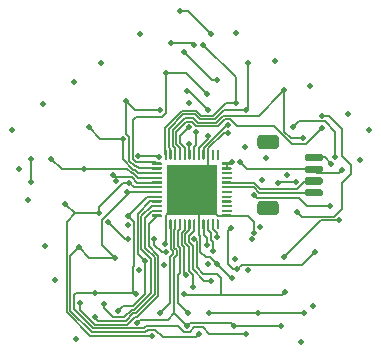
<source format=gbr>
%TF.GenerationSoftware,KiCad,Pcbnew,(5.1.9-0-10_14)*%
%TF.CreationDate,2021-12-13T14:59:41-05:00*%
%TF.ProjectId,dodecahedron_n4,646f6465-6361-4686-9564-726f6e5f6e34,rev?*%
%TF.SameCoordinates,Original*%
%TF.FileFunction,Copper,L4,Bot*%
%TF.FilePolarity,Positive*%
%FSLAX46Y46*%
G04 Gerber Fmt 4.6, Leading zero omitted, Abs format (unit mm)*
G04 Created by KiCad (PCBNEW (5.1.9-0-10_14)) date 2021-12-13 14:59:41*
%MOMM*%
%LPD*%
G01*
G04 APERTURE LIST*
%TA.AperFunction,SMDPad,CuDef*%
%ADD10R,4.200000X4.200000*%
%TD*%
%TA.AperFunction,ViaPad*%
%ADD11C,0.508000*%
%TD*%
%TA.AperFunction,Conductor*%
%ADD12C,0.152400*%
%TD*%
G04 APERTURE END LIST*
%TO.P,J1,MP*%
%TO.N,N/C*%
%TA.AperFunction,SMDPad,CuDef*%
G36*
G01*
X91180201Y-47558600D02*
X89880199Y-47558600D01*
G75*
G02*
X89630200Y-47308601I0J249999D01*
G01*
X89630200Y-46608599D01*
G75*
G02*
X89880199Y-46358600I249999J0D01*
G01*
X91180201Y-46358600D01*
G75*
G02*
X91430200Y-46608599I0J-249999D01*
G01*
X91430200Y-47308601D01*
G75*
G02*
X91180201Y-47558600I-249999J0D01*
G01*
G37*
%TD.AperFunction*%
%TA.AperFunction,SMDPad,CuDef*%
G36*
G01*
X91180201Y-53158600D02*
X89880199Y-53158600D01*
G75*
G02*
X89630200Y-52908601I0J249999D01*
G01*
X89630200Y-52208599D01*
G75*
G02*
X89880199Y-51958600I249999J0D01*
G01*
X91180201Y-51958600D01*
G75*
G02*
X91430200Y-52208599I0J-249999D01*
G01*
X91430200Y-52908601D01*
G75*
G02*
X91180201Y-53158600I-249999J0D01*
G01*
G37*
%TD.AperFunction*%
%TO.P,J1,4*%
%TO.N,GND*%
%TA.AperFunction,SMDPad,CuDef*%
G36*
G01*
X95030200Y-48558600D02*
X93780200Y-48558600D01*
G75*
G02*
X93630200Y-48408600I0J150000D01*
G01*
X93630200Y-48108600D01*
G75*
G02*
X93780200Y-47958600I150000J0D01*
G01*
X95030200Y-47958600D01*
G75*
G02*
X95180200Y-48108600I0J-150000D01*
G01*
X95180200Y-48408600D01*
G75*
G02*
X95030200Y-48558600I-150000J0D01*
G01*
G37*
%TD.AperFunction*%
%TO.P,J1,3*%
%TO.N,VCC*%
%TA.AperFunction,SMDPad,CuDef*%
G36*
G01*
X95030200Y-49558600D02*
X93780200Y-49558600D01*
G75*
G02*
X93630200Y-49408600I0J150000D01*
G01*
X93630200Y-49108600D01*
G75*
G02*
X93780200Y-48958600I150000J0D01*
G01*
X95030200Y-48958600D01*
G75*
G02*
X95180200Y-49108600I0J-150000D01*
G01*
X95180200Y-49408600D01*
G75*
G02*
X95030200Y-49558600I-150000J0D01*
G01*
G37*
%TD.AperFunction*%
%TO.P,J1,2*%
%TO.N,/sda*%
%TA.AperFunction,SMDPad,CuDef*%
G36*
G01*
X95030200Y-50558600D02*
X93780200Y-50558600D01*
G75*
G02*
X93630200Y-50408600I0J150000D01*
G01*
X93630200Y-50108600D01*
G75*
G02*
X93780200Y-49958600I150000J0D01*
G01*
X95030200Y-49958600D01*
G75*
G02*
X95180200Y-50108600I0J-150000D01*
G01*
X95180200Y-50408600D01*
G75*
G02*
X95030200Y-50558600I-150000J0D01*
G01*
G37*
%TD.AperFunction*%
%TO.P,J1,1*%
%TO.N,/scl*%
%TA.AperFunction,SMDPad,CuDef*%
G36*
G01*
X95030200Y-51558600D02*
X93780200Y-51558600D01*
G75*
G02*
X93630200Y-51408600I0J150000D01*
G01*
X93630200Y-51108600D01*
G75*
G02*
X93780200Y-50958600I150000J0D01*
G01*
X95030200Y-50958600D01*
G75*
G02*
X95180200Y-51108600I0J-150000D01*
G01*
X95180200Y-51408600D01*
G75*
G02*
X95030200Y-51558600I-150000J0D01*
G01*
G37*
%TD.AperFunction*%
%TD*%
%TO.P,U1,1*%
%TO.N,Net-(U1-Pad1)*%
%TA.AperFunction,SMDPad,CuDef*%
G36*
G01*
X86324000Y-54365500D02*
X86224000Y-54365500D01*
G75*
G02*
X86174000Y-54315500I0J50000D01*
G01*
X86174000Y-53565500D01*
G75*
G02*
X86224000Y-53515500I50000J0D01*
G01*
X86324000Y-53515500D01*
G75*
G02*
X86374000Y-53565500I0J-50000D01*
G01*
X86374000Y-54315500D01*
G75*
G02*
X86324000Y-54365500I-50000J0D01*
G01*
G37*
%TD.AperFunction*%
%TO.P,U1,2*%
%TO.N,SW1*%
%TA.AperFunction,SMDPad,CuDef*%
G36*
G01*
X85924000Y-54365500D02*
X85824000Y-54365500D01*
G75*
G02*
X85774000Y-54315500I0J50000D01*
G01*
X85774000Y-53565500D01*
G75*
G02*
X85824000Y-53515500I50000J0D01*
G01*
X85924000Y-53515500D01*
G75*
G02*
X85974000Y-53565500I0J-50000D01*
G01*
X85974000Y-54315500D01*
G75*
G02*
X85924000Y-54365500I-50000J0D01*
G01*
G37*
%TD.AperFunction*%
%TO.P,U1,3*%
%TO.N,SW2*%
%TA.AperFunction,SMDPad,CuDef*%
G36*
G01*
X85524000Y-54365500D02*
X85424000Y-54365500D01*
G75*
G02*
X85374000Y-54315500I0J50000D01*
G01*
X85374000Y-53565500D01*
G75*
G02*
X85424000Y-53515500I50000J0D01*
G01*
X85524000Y-53515500D01*
G75*
G02*
X85574000Y-53565500I0J-50000D01*
G01*
X85574000Y-54315500D01*
G75*
G02*
X85524000Y-54365500I-50000J0D01*
G01*
G37*
%TD.AperFunction*%
%TO.P,U1,4*%
%TO.N,SW3*%
%TA.AperFunction,SMDPad,CuDef*%
G36*
G01*
X85124000Y-54365500D02*
X85024000Y-54365500D01*
G75*
G02*
X84974000Y-54315500I0J50000D01*
G01*
X84974000Y-53565500D01*
G75*
G02*
X85024000Y-53515500I50000J0D01*
G01*
X85124000Y-53515500D01*
G75*
G02*
X85174000Y-53565500I0J-50000D01*
G01*
X85174000Y-54315500D01*
G75*
G02*
X85124000Y-54365500I-50000J0D01*
G01*
G37*
%TD.AperFunction*%
%TO.P,U1,5*%
%TO.N,GND*%
%TA.AperFunction,SMDPad,CuDef*%
G36*
G01*
X84724000Y-54365500D02*
X84624000Y-54365500D01*
G75*
G02*
X84574000Y-54315500I0J50000D01*
G01*
X84574000Y-53565500D01*
G75*
G02*
X84624000Y-53515500I50000J0D01*
G01*
X84724000Y-53515500D01*
G75*
G02*
X84774000Y-53565500I0J-50000D01*
G01*
X84774000Y-54315500D01*
G75*
G02*
X84724000Y-54365500I-50000J0D01*
G01*
G37*
%TD.AperFunction*%
%TO.P,U1,6*%
%TO.N,SW4*%
%TA.AperFunction,SMDPad,CuDef*%
G36*
G01*
X84324000Y-54365500D02*
X84224000Y-54365500D01*
G75*
G02*
X84174000Y-54315500I0J50000D01*
G01*
X84174000Y-53565500D01*
G75*
G02*
X84224000Y-53515500I50000J0D01*
G01*
X84324000Y-53515500D01*
G75*
G02*
X84374000Y-53565500I0J-50000D01*
G01*
X84374000Y-54315500D01*
G75*
G02*
X84324000Y-54365500I-50000J0D01*
G01*
G37*
%TD.AperFunction*%
%TO.P,U1,7*%
%TO.N,SW5*%
%TA.AperFunction,SMDPad,CuDef*%
G36*
G01*
X83924000Y-54365500D02*
X83824000Y-54365500D01*
G75*
G02*
X83774000Y-54315500I0J50000D01*
G01*
X83774000Y-53565500D01*
G75*
G02*
X83824000Y-53515500I50000J0D01*
G01*
X83924000Y-53515500D01*
G75*
G02*
X83974000Y-53565500I0J-50000D01*
G01*
X83974000Y-54315500D01*
G75*
G02*
X83924000Y-54365500I-50000J0D01*
G01*
G37*
%TD.AperFunction*%
%TO.P,U1,8*%
%TO.N,SW6*%
%TA.AperFunction,SMDPad,CuDef*%
G36*
G01*
X83524000Y-54365500D02*
X83424000Y-54365500D01*
G75*
G02*
X83374000Y-54315500I0J50000D01*
G01*
X83374000Y-53565500D01*
G75*
G02*
X83424000Y-53515500I50000J0D01*
G01*
X83524000Y-53515500D01*
G75*
G02*
X83574000Y-53565500I0J-50000D01*
G01*
X83574000Y-54315500D01*
G75*
G02*
X83524000Y-54365500I-50000J0D01*
G01*
G37*
%TD.AperFunction*%
%TO.P,U1,9*%
%TO.N,SW7*%
%TA.AperFunction,SMDPad,CuDef*%
G36*
G01*
X83124000Y-54365500D02*
X83024000Y-54365500D01*
G75*
G02*
X82974000Y-54315500I0J50000D01*
G01*
X82974000Y-53565500D01*
G75*
G02*
X83024000Y-53515500I50000J0D01*
G01*
X83124000Y-53515500D01*
G75*
G02*
X83174000Y-53565500I0J-50000D01*
G01*
X83174000Y-54315500D01*
G75*
G02*
X83124000Y-54365500I-50000J0D01*
G01*
G37*
%TD.AperFunction*%
%TO.P,U1,10*%
%TO.N,SW8*%
%TA.AperFunction,SMDPad,CuDef*%
G36*
G01*
X82724000Y-54365500D02*
X82624000Y-54365500D01*
G75*
G02*
X82574000Y-54315500I0J50000D01*
G01*
X82574000Y-53565500D01*
G75*
G02*
X82624000Y-53515500I50000J0D01*
G01*
X82724000Y-53515500D01*
G75*
G02*
X82774000Y-53565500I0J-50000D01*
G01*
X82774000Y-54315500D01*
G75*
G02*
X82724000Y-54365500I-50000J0D01*
G01*
G37*
%TD.AperFunction*%
%TO.P,U1,11*%
%TO.N,SW9*%
%TA.AperFunction,SMDPad,CuDef*%
G36*
G01*
X82324000Y-54365500D02*
X82224000Y-54365500D01*
G75*
G02*
X82174000Y-54315500I0J50000D01*
G01*
X82174000Y-53565500D01*
G75*
G02*
X82224000Y-53515500I50000J0D01*
G01*
X82324000Y-53515500D01*
G75*
G02*
X82374000Y-53565500I0J-50000D01*
G01*
X82374000Y-54315500D01*
G75*
G02*
X82324000Y-54365500I-50000J0D01*
G01*
G37*
%TD.AperFunction*%
%TO.P,U1,12*%
%TO.N,GND*%
%TA.AperFunction,SMDPad,CuDef*%
G36*
G01*
X81924000Y-54365500D02*
X81824000Y-54365500D01*
G75*
G02*
X81774000Y-54315500I0J50000D01*
G01*
X81774000Y-53565500D01*
G75*
G02*
X81824000Y-53515500I50000J0D01*
G01*
X81924000Y-53515500D01*
G75*
G02*
X81974000Y-53565500I0J-50000D01*
G01*
X81974000Y-54315500D01*
G75*
G02*
X81924000Y-54365500I-50000J0D01*
G01*
G37*
%TD.AperFunction*%
%TO.P,U1,13*%
%TO.N,SW10*%
%TA.AperFunction,SMDPad,CuDef*%
G36*
G01*
X81499000Y-53290500D02*
X80749000Y-53290500D01*
G75*
G02*
X80699000Y-53240500I0J50000D01*
G01*
X80699000Y-53140500D01*
G75*
G02*
X80749000Y-53090500I50000J0D01*
G01*
X81499000Y-53090500D01*
G75*
G02*
X81549000Y-53140500I0J-50000D01*
G01*
X81549000Y-53240500D01*
G75*
G02*
X81499000Y-53290500I-50000J0D01*
G01*
G37*
%TD.AperFunction*%
%TO.P,U1,14*%
%TO.N,SW11*%
%TA.AperFunction,SMDPad,CuDef*%
G36*
G01*
X81499000Y-52890500D02*
X80749000Y-52890500D01*
G75*
G02*
X80699000Y-52840500I0J50000D01*
G01*
X80699000Y-52740500D01*
G75*
G02*
X80749000Y-52690500I50000J0D01*
G01*
X81499000Y-52690500D01*
G75*
G02*
X81549000Y-52740500I0J-50000D01*
G01*
X81549000Y-52840500D01*
G75*
G02*
X81499000Y-52890500I-50000J0D01*
G01*
G37*
%TD.AperFunction*%
%TO.P,U1,15*%
%TO.N,SW12*%
%TA.AperFunction,SMDPad,CuDef*%
G36*
G01*
X81499000Y-52490500D02*
X80749000Y-52490500D01*
G75*
G02*
X80699000Y-52440500I0J50000D01*
G01*
X80699000Y-52340500D01*
G75*
G02*
X80749000Y-52290500I50000J0D01*
G01*
X81499000Y-52290500D01*
G75*
G02*
X81549000Y-52340500I0J-50000D01*
G01*
X81549000Y-52440500D01*
G75*
G02*
X81499000Y-52490500I-50000J0D01*
G01*
G37*
%TD.AperFunction*%
%TO.P,U1,16*%
%TO.N,/CS1*%
%TA.AperFunction,SMDPad,CuDef*%
G36*
G01*
X81499000Y-52090500D02*
X80749000Y-52090500D01*
G75*
G02*
X80699000Y-52040500I0J50000D01*
G01*
X80699000Y-51940500D01*
G75*
G02*
X80749000Y-51890500I50000J0D01*
G01*
X81499000Y-51890500D01*
G75*
G02*
X81549000Y-51940500I0J-50000D01*
G01*
X81549000Y-52040500D01*
G75*
G02*
X81499000Y-52090500I-50000J0D01*
G01*
G37*
%TD.AperFunction*%
%TO.P,U1,17*%
%TO.N,/CS2*%
%TA.AperFunction,SMDPad,CuDef*%
G36*
G01*
X81499000Y-51690500D02*
X80749000Y-51690500D01*
G75*
G02*
X80699000Y-51640500I0J50000D01*
G01*
X80699000Y-51540500D01*
G75*
G02*
X80749000Y-51490500I50000J0D01*
G01*
X81499000Y-51490500D01*
G75*
G02*
X81549000Y-51540500I0J-50000D01*
G01*
X81549000Y-51640500D01*
G75*
G02*
X81499000Y-51690500I-50000J0D01*
G01*
G37*
%TD.AperFunction*%
%TO.P,U1,18*%
%TO.N,/CS3*%
%TA.AperFunction,SMDPad,CuDef*%
G36*
G01*
X81499000Y-51290500D02*
X80749000Y-51290500D01*
G75*
G02*
X80699000Y-51240500I0J50000D01*
G01*
X80699000Y-51140500D01*
G75*
G02*
X80749000Y-51090500I50000J0D01*
G01*
X81499000Y-51090500D01*
G75*
G02*
X81549000Y-51140500I0J-50000D01*
G01*
X81549000Y-51240500D01*
G75*
G02*
X81499000Y-51290500I-50000J0D01*
G01*
G37*
%TD.AperFunction*%
%TO.P,U1,19*%
%TO.N,/CS4*%
%TA.AperFunction,SMDPad,CuDef*%
G36*
G01*
X81499000Y-50890500D02*
X80749000Y-50890500D01*
G75*
G02*
X80699000Y-50840500I0J50000D01*
G01*
X80699000Y-50740500D01*
G75*
G02*
X80749000Y-50690500I50000J0D01*
G01*
X81499000Y-50690500D01*
G75*
G02*
X81549000Y-50740500I0J-50000D01*
G01*
X81549000Y-50840500D01*
G75*
G02*
X81499000Y-50890500I-50000J0D01*
G01*
G37*
%TD.AperFunction*%
%TO.P,U1,20*%
%TO.N,VCC*%
%TA.AperFunction,SMDPad,CuDef*%
G36*
G01*
X81499000Y-50490500D02*
X80749000Y-50490500D01*
G75*
G02*
X80699000Y-50440500I0J50000D01*
G01*
X80699000Y-50340500D01*
G75*
G02*
X80749000Y-50290500I50000J0D01*
G01*
X81499000Y-50290500D01*
G75*
G02*
X81549000Y-50340500I0J-50000D01*
G01*
X81549000Y-50440500D01*
G75*
G02*
X81499000Y-50490500I-50000J0D01*
G01*
G37*
%TD.AperFunction*%
%TO.P,U1,21*%
%TO.N,/CS5*%
%TA.AperFunction,SMDPad,CuDef*%
G36*
G01*
X81499000Y-50090500D02*
X80749000Y-50090500D01*
G75*
G02*
X80699000Y-50040500I0J50000D01*
G01*
X80699000Y-49940500D01*
G75*
G02*
X80749000Y-49890500I50000J0D01*
G01*
X81499000Y-49890500D01*
G75*
G02*
X81549000Y-49940500I0J-50000D01*
G01*
X81549000Y-50040500D01*
G75*
G02*
X81499000Y-50090500I-50000J0D01*
G01*
G37*
%TD.AperFunction*%
%TO.P,U1,22*%
%TO.N,/CS6*%
%TA.AperFunction,SMDPad,CuDef*%
G36*
G01*
X81499000Y-49690500D02*
X80749000Y-49690500D01*
G75*
G02*
X80699000Y-49640500I0J50000D01*
G01*
X80699000Y-49540500D01*
G75*
G02*
X80749000Y-49490500I50000J0D01*
G01*
X81499000Y-49490500D01*
G75*
G02*
X81549000Y-49540500I0J-50000D01*
G01*
X81549000Y-49640500D01*
G75*
G02*
X81499000Y-49690500I-50000J0D01*
G01*
G37*
%TD.AperFunction*%
%TO.P,U1,23*%
%TO.N,/CS7*%
%TA.AperFunction,SMDPad,CuDef*%
G36*
G01*
X81499000Y-49290500D02*
X80749000Y-49290500D01*
G75*
G02*
X80699000Y-49240500I0J50000D01*
G01*
X80699000Y-49140500D01*
G75*
G02*
X80749000Y-49090500I50000J0D01*
G01*
X81499000Y-49090500D01*
G75*
G02*
X81549000Y-49140500I0J-50000D01*
G01*
X81549000Y-49240500D01*
G75*
G02*
X81499000Y-49290500I-50000J0D01*
G01*
G37*
%TD.AperFunction*%
%TO.P,U1,24*%
%TO.N,/CS8*%
%TA.AperFunction,SMDPad,CuDef*%
G36*
G01*
X81499000Y-48890500D02*
X80749000Y-48890500D01*
G75*
G02*
X80699000Y-48840500I0J50000D01*
G01*
X80699000Y-48740500D01*
G75*
G02*
X80749000Y-48690500I50000J0D01*
G01*
X81499000Y-48690500D01*
G75*
G02*
X81549000Y-48740500I0J-50000D01*
G01*
X81549000Y-48840500D01*
G75*
G02*
X81499000Y-48890500I-50000J0D01*
G01*
G37*
%TD.AperFunction*%
%TO.P,U1,25*%
%TO.N,/CS9*%
%TA.AperFunction,SMDPad,CuDef*%
G36*
G01*
X81924000Y-48465500D02*
X81824000Y-48465500D01*
G75*
G02*
X81774000Y-48415500I0J50000D01*
G01*
X81774000Y-47665500D01*
G75*
G02*
X81824000Y-47615500I50000J0D01*
G01*
X81924000Y-47615500D01*
G75*
G02*
X81974000Y-47665500I0J-50000D01*
G01*
X81974000Y-48415500D01*
G75*
G02*
X81924000Y-48465500I-50000J0D01*
G01*
G37*
%TD.AperFunction*%
%TO.P,U1,26*%
%TO.N,/CS10*%
%TA.AperFunction,SMDPad,CuDef*%
G36*
G01*
X82324000Y-48465500D02*
X82224000Y-48465500D01*
G75*
G02*
X82174000Y-48415500I0J50000D01*
G01*
X82174000Y-47665500D01*
G75*
G02*
X82224000Y-47615500I50000J0D01*
G01*
X82324000Y-47615500D01*
G75*
G02*
X82374000Y-47665500I0J-50000D01*
G01*
X82374000Y-48415500D01*
G75*
G02*
X82324000Y-48465500I-50000J0D01*
G01*
G37*
%TD.AperFunction*%
%TO.P,U1,27*%
%TO.N,/CS11*%
%TA.AperFunction,SMDPad,CuDef*%
G36*
G01*
X82724000Y-48465500D02*
X82624000Y-48465500D01*
G75*
G02*
X82574000Y-48415500I0J50000D01*
G01*
X82574000Y-47665500D01*
G75*
G02*
X82624000Y-47615500I50000J0D01*
G01*
X82724000Y-47615500D01*
G75*
G02*
X82774000Y-47665500I0J-50000D01*
G01*
X82774000Y-48415500D01*
G75*
G02*
X82724000Y-48465500I-50000J0D01*
G01*
G37*
%TD.AperFunction*%
%TO.P,U1,28*%
%TO.N,/CS12*%
%TA.AperFunction,SMDPad,CuDef*%
G36*
G01*
X83124000Y-48465500D02*
X83024000Y-48465500D01*
G75*
G02*
X82974000Y-48415500I0J50000D01*
G01*
X82974000Y-47665500D01*
G75*
G02*
X83024000Y-47615500I50000J0D01*
G01*
X83124000Y-47615500D01*
G75*
G02*
X83174000Y-47665500I0J-50000D01*
G01*
X83174000Y-48415500D01*
G75*
G02*
X83124000Y-48465500I-50000J0D01*
G01*
G37*
%TD.AperFunction*%
%TO.P,U1,29*%
%TO.N,VCC*%
%TA.AperFunction,SMDPad,CuDef*%
G36*
G01*
X83524000Y-48465500D02*
X83424000Y-48465500D01*
G75*
G02*
X83374000Y-48415500I0J50000D01*
G01*
X83374000Y-47665500D01*
G75*
G02*
X83424000Y-47615500I50000J0D01*
G01*
X83524000Y-47615500D01*
G75*
G02*
X83574000Y-47665500I0J-50000D01*
G01*
X83574000Y-48415500D01*
G75*
G02*
X83524000Y-48465500I-50000J0D01*
G01*
G37*
%TD.AperFunction*%
%TO.P,U1,30*%
%TO.N,/CS13*%
%TA.AperFunction,SMDPad,CuDef*%
G36*
G01*
X83924000Y-48465500D02*
X83824000Y-48465500D01*
G75*
G02*
X83774000Y-48415500I0J50000D01*
G01*
X83774000Y-47665500D01*
G75*
G02*
X83824000Y-47615500I50000J0D01*
G01*
X83924000Y-47615500D01*
G75*
G02*
X83974000Y-47665500I0J-50000D01*
G01*
X83974000Y-48415500D01*
G75*
G02*
X83924000Y-48465500I-50000J0D01*
G01*
G37*
%TD.AperFunction*%
%TO.P,U1,31*%
%TO.N,/CS14*%
%TA.AperFunction,SMDPad,CuDef*%
G36*
G01*
X84324000Y-48465500D02*
X84224000Y-48465500D01*
G75*
G02*
X84174000Y-48415500I0J50000D01*
G01*
X84174000Y-47665500D01*
G75*
G02*
X84224000Y-47615500I50000J0D01*
G01*
X84324000Y-47615500D01*
G75*
G02*
X84374000Y-47665500I0J-50000D01*
G01*
X84374000Y-48415500D01*
G75*
G02*
X84324000Y-48465500I-50000J0D01*
G01*
G37*
%TD.AperFunction*%
%TO.P,U1,32*%
%TO.N,/CS15*%
%TA.AperFunction,SMDPad,CuDef*%
G36*
G01*
X84724000Y-48465500D02*
X84624000Y-48465500D01*
G75*
G02*
X84574000Y-48415500I0J50000D01*
G01*
X84574000Y-47665500D01*
G75*
G02*
X84624000Y-47615500I50000J0D01*
G01*
X84724000Y-47615500D01*
G75*
G02*
X84774000Y-47665500I0J-50000D01*
G01*
X84774000Y-48415500D01*
G75*
G02*
X84724000Y-48465500I-50000J0D01*
G01*
G37*
%TD.AperFunction*%
%TO.P,U1,33*%
%TO.N,/CS16*%
%TA.AperFunction,SMDPad,CuDef*%
G36*
G01*
X85124000Y-48465500D02*
X85024000Y-48465500D01*
G75*
G02*
X84974000Y-48415500I0J50000D01*
G01*
X84974000Y-47665500D01*
G75*
G02*
X85024000Y-47615500I50000J0D01*
G01*
X85124000Y-47615500D01*
G75*
G02*
X85174000Y-47665500I0J-50000D01*
G01*
X85174000Y-48415500D01*
G75*
G02*
X85124000Y-48465500I-50000J0D01*
G01*
G37*
%TD.AperFunction*%
%TO.P,U1,34*%
%TO.N,GND*%
%TA.AperFunction,SMDPad,CuDef*%
G36*
G01*
X85524000Y-48465500D02*
X85424000Y-48465500D01*
G75*
G02*
X85374000Y-48415500I0J50000D01*
G01*
X85374000Y-47665500D01*
G75*
G02*
X85424000Y-47615500I50000J0D01*
G01*
X85524000Y-47615500D01*
G75*
G02*
X85574000Y-47665500I0J-50000D01*
G01*
X85574000Y-48415500D01*
G75*
G02*
X85524000Y-48465500I-50000J0D01*
G01*
G37*
%TD.AperFunction*%
%TO.P,U1,35*%
%TO.N,Net-(U1-Pad35)*%
%TA.AperFunction,SMDPad,CuDef*%
G36*
G01*
X85924000Y-48465500D02*
X85824000Y-48465500D01*
G75*
G02*
X85774000Y-48415500I0J50000D01*
G01*
X85774000Y-47665500D01*
G75*
G02*
X85824000Y-47615500I50000J0D01*
G01*
X85924000Y-47615500D01*
G75*
G02*
X85974000Y-47665500I0J-50000D01*
G01*
X85974000Y-48415500D01*
G75*
G02*
X85924000Y-48465500I-50000J0D01*
G01*
G37*
%TD.AperFunction*%
%TO.P,U1,36*%
%TO.N,Net-(U1-Pad36)*%
%TA.AperFunction,SMDPad,CuDef*%
G36*
G01*
X86324000Y-48465500D02*
X86224000Y-48465500D01*
G75*
G02*
X86174000Y-48415500I0J50000D01*
G01*
X86174000Y-47665500D01*
G75*
G02*
X86224000Y-47615500I50000J0D01*
G01*
X86324000Y-47615500D01*
G75*
G02*
X86374000Y-47665500I0J-50000D01*
G01*
X86374000Y-48415500D01*
G75*
G02*
X86324000Y-48465500I-50000J0D01*
G01*
G37*
%TD.AperFunction*%
%TO.P,U1,37*%
%TO.N,VCC*%
%TA.AperFunction,SMDPad,CuDef*%
G36*
G01*
X87399000Y-48890500D02*
X86649000Y-48890500D01*
G75*
G02*
X86599000Y-48840500I0J50000D01*
G01*
X86599000Y-48740500D01*
G75*
G02*
X86649000Y-48690500I50000J0D01*
G01*
X87399000Y-48690500D01*
G75*
G02*
X87449000Y-48740500I0J-50000D01*
G01*
X87449000Y-48840500D01*
G75*
G02*
X87399000Y-48890500I-50000J0D01*
G01*
G37*
%TD.AperFunction*%
%TO.P,U1,38*%
%TA.AperFunction,SMDPad,CuDef*%
G36*
G01*
X87399000Y-49290500D02*
X86649000Y-49290500D01*
G75*
G02*
X86599000Y-49240500I0J50000D01*
G01*
X86599000Y-49140500D01*
G75*
G02*
X86649000Y-49090500I50000J0D01*
G01*
X87399000Y-49090500D01*
G75*
G02*
X87449000Y-49140500I0J-50000D01*
G01*
X87449000Y-49240500D01*
G75*
G02*
X87399000Y-49290500I-50000J0D01*
G01*
G37*
%TD.AperFunction*%
%TO.P,U1,39*%
%TO.N,Net-(U1-Pad39)*%
%TA.AperFunction,SMDPad,CuDef*%
G36*
G01*
X87399000Y-49690500D02*
X86649000Y-49690500D01*
G75*
G02*
X86599000Y-49640500I0J50000D01*
G01*
X86599000Y-49540500D01*
G75*
G02*
X86649000Y-49490500I50000J0D01*
G01*
X87399000Y-49490500D01*
G75*
G02*
X87449000Y-49540500I0J-50000D01*
G01*
X87449000Y-49640500D01*
G75*
G02*
X87399000Y-49690500I-50000J0D01*
G01*
G37*
%TD.AperFunction*%
%TO.P,U1,40*%
%TO.N,Net-(U1-Pad40)*%
%TA.AperFunction,SMDPad,CuDef*%
G36*
G01*
X87399000Y-50090500D02*
X86649000Y-50090500D01*
G75*
G02*
X86599000Y-50040500I0J50000D01*
G01*
X86599000Y-49940500D01*
G75*
G02*
X86649000Y-49890500I50000J0D01*
G01*
X87399000Y-49890500D01*
G75*
G02*
X87449000Y-49940500I0J-50000D01*
G01*
X87449000Y-50040500D01*
G75*
G02*
X87399000Y-50090500I-50000J0D01*
G01*
G37*
%TD.AperFunction*%
%TO.P,U1,41*%
%TO.N,/sda*%
%TA.AperFunction,SMDPad,CuDef*%
G36*
G01*
X87399000Y-50490500D02*
X86649000Y-50490500D01*
G75*
G02*
X86599000Y-50440500I0J50000D01*
G01*
X86599000Y-50340500D01*
G75*
G02*
X86649000Y-50290500I50000J0D01*
G01*
X87399000Y-50290500D01*
G75*
G02*
X87449000Y-50340500I0J-50000D01*
G01*
X87449000Y-50440500D01*
G75*
G02*
X87399000Y-50490500I-50000J0D01*
G01*
G37*
%TD.AperFunction*%
%TO.P,U1,42*%
%TO.N,/scl*%
%TA.AperFunction,SMDPad,CuDef*%
G36*
G01*
X87399000Y-50890500D02*
X86649000Y-50890500D01*
G75*
G02*
X86599000Y-50840500I0J50000D01*
G01*
X86599000Y-50740500D01*
G75*
G02*
X86649000Y-50690500I50000J0D01*
G01*
X87399000Y-50690500D01*
G75*
G02*
X87449000Y-50740500I0J-50000D01*
G01*
X87449000Y-50840500D01*
G75*
G02*
X87399000Y-50890500I-50000J0D01*
G01*
G37*
%TD.AperFunction*%
%TO.P,U1,43*%
%TO.N,Net-(U1-Pad43)*%
%TA.AperFunction,SMDPad,CuDef*%
G36*
G01*
X87399000Y-51290500D02*
X86649000Y-51290500D01*
G75*
G02*
X86599000Y-51240500I0J50000D01*
G01*
X86599000Y-51140500D01*
G75*
G02*
X86649000Y-51090500I50000J0D01*
G01*
X87399000Y-51090500D01*
G75*
G02*
X87449000Y-51140500I0J-50000D01*
G01*
X87449000Y-51240500D01*
G75*
G02*
X87399000Y-51290500I-50000J0D01*
G01*
G37*
%TD.AperFunction*%
%TO.P,U1,44*%
%TO.N,Net-(U1-Pad44)*%
%TA.AperFunction,SMDPad,CuDef*%
G36*
G01*
X87399000Y-51690500D02*
X86649000Y-51690500D01*
G75*
G02*
X86599000Y-51640500I0J50000D01*
G01*
X86599000Y-51540500D01*
G75*
G02*
X86649000Y-51490500I50000J0D01*
G01*
X87399000Y-51490500D01*
G75*
G02*
X87449000Y-51540500I0J-50000D01*
G01*
X87449000Y-51640500D01*
G75*
G02*
X87399000Y-51690500I-50000J0D01*
G01*
G37*
%TD.AperFunction*%
%TO.P,U1,45*%
%TO.N,Net-(U1-Pad45)*%
%TA.AperFunction,SMDPad,CuDef*%
G36*
G01*
X87399000Y-52090500D02*
X86649000Y-52090500D01*
G75*
G02*
X86599000Y-52040500I0J50000D01*
G01*
X86599000Y-51940500D01*
G75*
G02*
X86649000Y-51890500I50000J0D01*
G01*
X87399000Y-51890500D01*
G75*
G02*
X87449000Y-51940500I0J-50000D01*
G01*
X87449000Y-52040500D01*
G75*
G02*
X87399000Y-52090500I-50000J0D01*
G01*
G37*
%TD.AperFunction*%
%TO.P,U1,46*%
%TO.N,Net-(U1-Pad46)*%
%TA.AperFunction,SMDPad,CuDef*%
G36*
G01*
X87399000Y-52490500D02*
X86649000Y-52490500D01*
G75*
G02*
X86599000Y-52440500I0J50000D01*
G01*
X86599000Y-52340500D01*
G75*
G02*
X86649000Y-52290500I50000J0D01*
G01*
X87399000Y-52290500D01*
G75*
G02*
X87449000Y-52340500I0J-50000D01*
G01*
X87449000Y-52440500D01*
G75*
G02*
X87399000Y-52490500I-50000J0D01*
G01*
G37*
%TD.AperFunction*%
%TO.P,U1,47*%
%TO.N,Net-(U1-Pad47)*%
%TA.AperFunction,SMDPad,CuDef*%
G36*
G01*
X87399000Y-52890500D02*
X86649000Y-52890500D01*
G75*
G02*
X86599000Y-52840500I0J50000D01*
G01*
X86599000Y-52740500D01*
G75*
G02*
X86649000Y-52690500I50000J0D01*
G01*
X87399000Y-52690500D01*
G75*
G02*
X87449000Y-52740500I0J-50000D01*
G01*
X87449000Y-52840500D01*
G75*
G02*
X87399000Y-52890500I-50000J0D01*
G01*
G37*
%TD.AperFunction*%
%TO.P,U1,48*%
%TO.N,GND*%
%TA.AperFunction,SMDPad,CuDef*%
G36*
G01*
X87399000Y-53290500D02*
X86649000Y-53290500D01*
G75*
G02*
X86599000Y-53240500I0J50000D01*
G01*
X86599000Y-53140500D01*
G75*
G02*
X86649000Y-53090500I50000J0D01*
G01*
X87399000Y-53090500D01*
G75*
G02*
X87449000Y-53140500I0J-50000D01*
G01*
X87449000Y-53240500D01*
G75*
G02*
X87399000Y-53290500I-50000J0D01*
G01*
G37*
%TD.AperFunction*%
D10*
%TO.P,U1,49*%
X84074000Y-50990500D03*
%TD*%
D11*
%TO.N,SW2*%
X87731600Y-56896000D03*
X89983780Y-50159866D03*
X85864710Y-56146700D03*
%TO.N,SW3*%
X79554411Y-48182624D03*
X81263865Y-48269265D03*
X85382100Y-55638700D03*
X79603600Y-57810400D03*
%TO.N,SW1*%
X76990378Y-53767219D03*
X78705810Y-55194200D03*
X83845400Y-43637200D03*
X90340600Y-48308121D03*
X86182200Y-55016400D03*
X81896947Y-56305890D03*
X80900787Y-55159624D03*
%TO.N,SW5*%
X84199242Y-59205878D03*
%TO.N,SW6*%
X83573622Y-58245071D03*
%TO.N,SW4*%
X83413600Y-39370000D03*
X86207600Y-41732200D03*
X92907159Y-50319088D03*
X91413862Y-50443439D03*
X85699600Y-58699400D03*
%TO.N,SW8*%
X83667600Y-62534800D03*
X87680800Y-62534800D03*
X91643200Y-62509400D03*
X79468687Y-62255370D03*
%TO.N,SW9*%
X93535500Y-61404500D03*
X89662000Y-61404500D03*
X81407000Y-61404500D03*
X85572600Y-61417200D03*
%TO.N,SW7*%
X83769200Y-61468000D03*
%TO.N,SW11*%
X70421500Y-48387000D03*
X70421500Y-50355500D03*
X82296000Y-38608000D03*
X84264500Y-38735000D03*
X92684600Y-45669200D03*
X96240600Y-48234588D03*
X75862588Y-61771089D03*
%TO.N,SW12*%
X76657200Y-60680600D03*
%TO.N,SW10*%
X85661500Y-37782500D03*
X83058000Y-35877500D03*
X74574432Y-60557921D03*
%TO.N,GND*%
X95885000Y-48818800D03*
X97307400Y-44577000D03*
X99085400Y-45948600D03*
X98323400Y-48488600D03*
X94056200Y-42214800D03*
X93319600Y-63855600D03*
X94335600Y-60807600D03*
X72517000Y-58674000D03*
X71678800Y-55778400D03*
X70205600Y-51866800D03*
X69443600Y-49276000D03*
X68859400Y-45948600D03*
X71501000Y-43713400D03*
X74142600Y-41859200D03*
X87858600Y-37719000D03*
X91135200Y-40106600D03*
X79654400Y-37820600D03*
X76403200Y-40259000D03*
X74244200Y-63677800D03*
X89331800Y-54635400D03*
X87102098Y-46177200D03*
X89212757Y-55139962D03*
X87508402Y-58470800D03*
X81807049Y-55627294D03*
X86207600Y-57277000D03*
%TO.N,VCC*%
X77386598Y-49784000D03*
X83845400Y-45720000D03*
X87502245Y-48668146D03*
X88163400Y-48666400D03*
X77698600Y-50266600D03*
X96778798Y-49303096D03*
%TO.N,/CS16*%
X91973400Y-59664600D03*
X83411821Y-59791590D03*
X87102122Y-45516789D03*
X84296316Y-55158260D03*
%TO.N,/CS15*%
X87934800Y-57708800D03*
X87366275Y-54219659D03*
X94488000Y-56261000D03*
X85411677Y-46433263D03*
%TO.N,/CS10*%
X88823800Y-40284400D03*
X88655674Y-44227784D03*
X85445600Y-57277000D03*
%TO.N,/CS9*%
X85039200Y-38735000D03*
X88798400Y-57835800D03*
X87790185Y-43632701D03*
%TO.N,/CS14*%
X95785043Y-52351043D03*
X89306379Y-51460400D03*
X84429600Y-46126400D03*
%TO.N,/CS4*%
X73355200Y-52171600D03*
X76225400Y-53009800D03*
X80688251Y-63351129D03*
X78769979Y-50404512D03*
%TO.N,/CS3*%
X74523600Y-55880000D03*
X84658200Y-63195200D03*
X78618528Y-51176009D03*
X77571610Y-56743600D03*
%TO.N,/CS2*%
X75869800Y-59766200D03*
X79378158Y-59809710D03*
X88671400Y-63220600D03*
X78666556Y-53238989D03*
%TO.N,/CS1*%
X77800200Y-61290200D03*
X80137010Y-57073800D03*
%TO.N,/CS8*%
X81858787Y-41122600D03*
X89814400Y-54127400D03*
X85344000Y-42900600D03*
%TO.N,/CS7*%
X78536800Y-43484800D03*
X81353359Y-44245626D03*
X92100400Y-49733210D03*
%TO.N,/CS13*%
X91897200Y-56692800D03*
X96565733Y-53595048D03*
X83851534Y-47130765D03*
%TO.N,/CS12*%
X95122076Y-45775837D03*
X95123000Y-44715423D03*
X92977895Y-52901194D03*
X78663800Y-53949600D03*
%TO.N,/CS11*%
X91897200Y-42570400D03*
X93460505Y-46659790D03*
X81746201Y-57351114D03*
%TO.N,/CS6*%
X75361800Y-45694600D03*
X78231991Y-46674167D03*
X88581388Y-47353207D03*
%TO.N,/CS5*%
X72186800Y-48361600D03*
X74955400Y-49225200D03*
X85420200Y-44221400D03*
X83642177Y-42671988D03*
%TD*%
D12*
%TO.N,SW2*%
X85474000Y-54435200D02*
X85474000Y-53940500D01*
X85699600Y-54660800D02*
X85474000Y-54435200D01*
X85699600Y-55241948D02*
X85699600Y-54660800D01*
X85864710Y-55407058D02*
X85699600Y-55241948D01*
X85864710Y-56146700D02*
X85864710Y-55407058D01*
%TO.N,SW3*%
X79554411Y-48182624D02*
X81177224Y-48182624D01*
X81177224Y-48182624D02*
X81263865Y-48269265D01*
X85382100Y-55098727D02*
X85382100Y-55638700D01*
X85074000Y-54790627D02*
X85382100Y-55098727D01*
X85074000Y-53940500D02*
X85074000Y-54790627D01*
%TO.N,SW1*%
X76990378Y-53767219D02*
X78417359Y-55194200D01*
X78417359Y-55194200D02*
X78705810Y-55194200D01*
X86182200Y-55016400D02*
X86182200Y-54686200D01*
X86182200Y-54686200D02*
X85874000Y-54365500D01*
X85874000Y-54365500D02*
X85874000Y-53940500D01*
X81896947Y-56305890D02*
X81537737Y-56305890D01*
X80900787Y-55668940D02*
X80900787Y-55159624D01*
X81537737Y-56305890D02*
X80900787Y-55668940D01*
%TO.N,SW5*%
X83508895Y-54786755D02*
X83508895Y-55517981D01*
X83874000Y-53940500D02*
X83874000Y-54421650D01*
X83870778Y-55879864D02*
X83870778Y-57859712D01*
X84199242Y-58188176D02*
X84199242Y-59205878D01*
X83508895Y-55517981D02*
X83870778Y-55879864D01*
X83870778Y-57859712D02*
X84199242Y-58188176D01*
X83874000Y-54421650D02*
X83508895Y-54786755D01*
%TO.N,SW6*%
X83474000Y-53940500D02*
X83474000Y-54390583D01*
X83204084Y-54660499D02*
X83204084Y-55644237D01*
X83204084Y-55644237D02*
X83402350Y-55842503D01*
X83402350Y-55842503D02*
X83402350Y-58073799D01*
X83402350Y-58073799D02*
X83573622Y-58245071D01*
X83474000Y-54390583D02*
X83204084Y-54660499D01*
%TO.N,SW4*%
X85775800Y-41732200D02*
X86207600Y-41732200D01*
X83413600Y-39370000D02*
X85775800Y-41732200D01*
X91538213Y-50319088D02*
X91413862Y-50443439D01*
X92907159Y-50319088D02*
X91538213Y-50319088D01*
X84274000Y-53940500D02*
X84274000Y-54466052D01*
X83813706Y-55391725D02*
X84175589Y-55753608D01*
X85141533Y-58699400D02*
X85699600Y-58699400D01*
X83813706Y-54926346D02*
X83813706Y-55391725D01*
X84274000Y-54466052D02*
X83813706Y-54926346D01*
X84175589Y-55753608D02*
X84175589Y-57733456D01*
X84175589Y-57733456D02*
X85141533Y-58699400D01*
%TO.N,SW8*%
X87706200Y-62509400D02*
X87680800Y-62534800D01*
X91643200Y-62509400D02*
X87706200Y-62509400D01*
X82600787Y-61467987D02*
X83667600Y-62534800D01*
X83134198Y-62001398D02*
X83667600Y-62534800D01*
X83667600Y-62534800D02*
X83921599Y-62280801D01*
X83921599Y-62280801D02*
X87426801Y-62280801D01*
X87426801Y-62280801D02*
X87680800Y-62534800D01*
X82600787Y-56758770D02*
X82600787Y-61467987D01*
X82674000Y-54328449D02*
X82594462Y-54407987D01*
X82674000Y-53940500D02*
X82674000Y-54328449D01*
X82792728Y-56566829D02*
X82600787Y-56758770D01*
X82792728Y-56095015D02*
X82792728Y-56566829D01*
X82594462Y-55896749D02*
X82792728Y-56095015D01*
X82594462Y-54407987D02*
X82594462Y-55896749D01*
X82067403Y-62001371D02*
X79722686Y-62001371D01*
X79722686Y-62001371D02*
X79468687Y-62255370D01*
X82600787Y-61467987D02*
X82067403Y-62001371D01*
%TO.N,SW9*%
X89662000Y-61404500D02*
X93535500Y-61404500D01*
X85572600Y-61417200D02*
X89662000Y-61404500D01*
X82289651Y-56023005D02*
X82487917Y-56221271D01*
X82487917Y-56221271D02*
X82487917Y-56415173D01*
X82228802Y-60582698D02*
X81407000Y-61404500D01*
X82289651Y-53956151D02*
X82289651Y-56023005D01*
X82274000Y-53940500D02*
X82289651Y-53956151D01*
X82487917Y-56415173D02*
X82228802Y-56674288D01*
X82228802Y-56674288D02*
X82228802Y-60582698D01*
%TO.N,SW7*%
X83097539Y-55968759D02*
X83097539Y-58006902D01*
X82899273Y-55770493D02*
X83097539Y-55968759D01*
X82905598Y-58198843D02*
X82905598Y-60604398D01*
X82905598Y-60604398D02*
X83769200Y-61468000D01*
X83074000Y-54359516D02*
X82899273Y-54534243D01*
X83074000Y-53940500D02*
X83074000Y-54359516D01*
X83097539Y-58006902D02*
X82905598Y-58198843D01*
X82899273Y-54534243D02*
X82899273Y-55770493D01*
%TO.N,SW11*%
X70421500Y-48387000D02*
X70421500Y-50355500D01*
X84137500Y-38608000D02*
X84264500Y-38735000D01*
X82296000Y-38608000D02*
X84137500Y-38608000D01*
X93155767Y-45198033D02*
X95363919Y-45198033D01*
X95363919Y-45198033D02*
X96240600Y-46074714D01*
X96240600Y-46074714D02*
X96240600Y-48234588D01*
X92684600Y-45669200D02*
X93155767Y-45198033D01*
X81124000Y-52790500D02*
X80699000Y-52790500D01*
X80924423Y-56715894D02*
X80924423Y-59868511D01*
X80924423Y-59868511D02*
X79324977Y-61467957D01*
X80113375Y-55904846D02*
X80924423Y-56715894D01*
X80699000Y-52790500D02*
X80113375Y-53376125D01*
X78500900Y-62077838D02*
X76169337Y-62077838D01*
X80113375Y-53376125D02*
X80113375Y-55904846D01*
X76169337Y-62077838D02*
X75862588Y-61771089D01*
X79324977Y-61467957D02*
X79110781Y-61467957D01*
X79110781Y-61467957D02*
X78500900Y-62077838D01*
%TO.N,SW12*%
X77390192Y-61772802D02*
X76657200Y-61039810D01*
X79198722Y-61163146D02*
X78984525Y-61163146D01*
X78374869Y-61772802D02*
X77390192Y-61772802D01*
X79808564Y-53249869D02*
X79808564Y-56031102D01*
X76657200Y-61039810D02*
X76657200Y-60680600D01*
X80619612Y-56842150D02*
X80619612Y-59742256D01*
X79808564Y-56031102D02*
X80619612Y-56842150D01*
X81124000Y-52390500D02*
X80667933Y-52390500D01*
X78984525Y-61163146D02*
X78374869Y-61772802D01*
X80667933Y-52390500D02*
X79808564Y-53249869D01*
X80619612Y-59742256D02*
X79198722Y-61163146D01*
%TO.N,SW10*%
X83756500Y-35877500D02*
X83058000Y-35877500D01*
X85661500Y-37782500D02*
X83756500Y-35877500D01*
X75845694Y-62436696D02*
X74574432Y-61165434D01*
X78573109Y-62436696D02*
X75845694Y-62436696D01*
X81124000Y-53190500D02*
X80418186Y-53896314D01*
X80418186Y-53896314D02*
X80418186Y-55778590D01*
X81229234Y-59994766D02*
X79451232Y-61772768D01*
X80418186Y-55778590D02*
X81229234Y-56589638D01*
X81229234Y-56589638D02*
X81229234Y-59994766D01*
X79451232Y-61772768D02*
X79237037Y-61772768D01*
X79237037Y-61772768D02*
X78573109Y-62436696D01*
X74574432Y-61165434D02*
X74574432Y-60557921D01*
%TO.N,GND*%
X84674000Y-53940500D02*
X84674000Y-52968600D01*
X84674000Y-52968600D02*
X84734400Y-52908200D01*
X87024000Y-53190500D02*
X86286700Y-53190500D01*
X86286700Y-53190500D02*
X85979000Y-52882800D01*
X81874000Y-53940500D02*
X81874000Y-53177800D01*
X81874000Y-53177800D02*
X82194400Y-52857400D01*
X85474000Y-48040500D02*
X85474000Y-49374600D01*
X85474000Y-49374600D02*
X85471000Y-49377600D01*
X95324800Y-48258600D02*
X95885000Y-48818800D01*
X94405200Y-48258600D02*
X95324800Y-48258600D01*
X87024000Y-53190500D02*
X88598100Y-53190500D01*
X88598100Y-53190500D02*
X88801300Y-53190500D01*
X88801300Y-53190500D02*
X89331800Y-53721000D01*
X89331800Y-53721000D02*
X89331800Y-54635400D01*
X85474000Y-48040500D02*
X85474000Y-47495000D01*
X86791800Y-46177200D02*
X87102098Y-46177200D01*
X85474000Y-47495000D02*
X86791800Y-46177200D01*
X84674000Y-53940500D02*
X84674000Y-54821694D01*
X81874000Y-55560343D02*
X81807049Y-55627294D01*
X84674000Y-54821694D02*
X84785270Y-54932964D01*
X81874000Y-53940500D02*
X81874000Y-55560343D01*
X84785270Y-54932964D02*
X84785270Y-56235670D01*
X84785270Y-56235670D02*
X85267800Y-56718200D01*
X85648800Y-56718200D02*
X86207600Y-57277000D01*
X85267800Y-56718200D02*
X85648800Y-56718200D01*
X87401400Y-58470800D02*
X87508402Y-58470800D01*
X86207600Y-57277000D02*
X87401400Y-58470800D01*
%TO.N,VCC*%
X87024000Y-49190500D02*
X87024000Y-48797000D01*
X87024000Y-48797000D02*
X87020400Y-48793400D01*
X83474000Y-48040500D02*
X83474000Y-47431400D01*
X83474000Y-47431400D02*
X83083400Y-47040800D01*
X83083400Y-46482000D02*
X83845400Y-45720000D01*
X83083400Y-47040800D02*
X83083400Y-46482000D01*
X87379891Y-48790500D02*
X87502245Y-48668146D01*
X87024000Y-48790500D02*
X87379891Y-48790500D01*
X88163400Y-48666400D02*
X88747609Y-49250609D01*
X88747609Y-49250609D02*
X92332049Y-49250609D01*
X92332049Y-49250609D02*
X94411791Y-49250609D01*
X94411791Y-49250609D02*
X94411800Y-49250600D01*
X81124000Y-50390500D02*
X79470219Y-50390500D01*
X79470219Y-50390500D02*
X79001629Y-49921910D01*
X79001629Y-49921910D02*
X77524508Y-49921910D01*
X77524508Y-49921910D02*
X77386598Y-49784000D01*
X94705200Y-49558600D02*
X96523294Y-49558600D01*
X94405200Y-49258600D02*
X94705200Y-49558600D01*
X96523294Y-49558600D02*
X96778798Y-49303096D01*
%TO.N,/sda*%
X89351050Y-50390500D02*
X89886591Y-50926041D01*
X92999713Y-50926041D02*
X93684554Y-50241200D01*
X93684554Y-50241200D02*
X94386400Y-50241200D01*
X87024000Y-50390500D02*
X89351050Y-50390500D01*
X89886591Y-50926041D02*
X92999713Y-50926041D01*
%TO.N,/scl*%
X89319983Y-50790500D02*
X89786683Y-51257200D01*
X87024000Y-50790500D02*
X89319983Y-50790500D01*
X89786683Y-51257200D02*
X94411800Y-51257200D01*
%TO.N,/CS16*%
X83538830Y-59918599D02*
X83411821Y-59791590D01*
X86537799Y-59918599D02*
X83538830Y-59918599D01*
X85074000Y-47463934D02*
X87021145Y-45516789D01*
X85074000Y-48040500D02*
X85074000Y-47463934D01*
X87021145Y-45516789D02*
X87102122Y-45516789D01*
X91719401Y-59918599D02*
X86537799Y-59918599D01*
X91973400Y-59664600D02*
X91719401Y-59918599D01*
X84480400Y-57556400D02*
X84480400Y-55342344D01*
X86537799Y-58470799D02*
X86207600Y-58140600D01*
X86537799Y-59918599D02*
X86537799Y-58470799D01*
X84480400Y-55342344D02*
X84296316Y-55158260D01*
X85064600Y-58140600D02*
X84480400Y-57556400D01*
X86207600Y-58140600D02*
X85064600Y-58140600D01*
%TO.N,/CS15*%
X93395801Y-57353199D02*
X88290401Y-57353199D01*
X94488000Y-56261000D02*
X93395801Y-57353199D01*
X88290401Y-57353199D02*
X87934800Y-57708800D01*
X87934800Y-57708800D02*
X87575590Y-57708800D01*
X87575590Y-57708800D02*
X87112276Y-57245486D01*
X87112276Y-54473658D02*
X87366275Y-54219659D01*
X87112276Y-57245486D02*
X87112276Y-54473658D01*
X85411677Y-46692579D02*
X85411677Y-46433263D01*
X84674000Y-48040500D02*
X84674000Y-47430256D01*
X84674000Y-47430256D02*
X85411677Y-46692579D01*
%TO.N,/CS10*%
X88823800Y-44059658D02*
X88655674Y-44227784D01*
X88823800Y-40284400D02*
X88823800Y-44059658D01*
X84329562Y-44627776D02*
X84735954Y-45034169D01*
X82168967Y-47419568D02*
X82168967Y-45820047D01*
X82270600Y-48082200D02*
X82270600Y-47521201D01*
X82270600Y-47521201D02*
X82168967Y-47419568D01*
X86814743Y-44227784D02*
X88655674Y-44227784D01*
X82168967Y-45820047D02*
X83361238Y-44627776D01*
X84735954Y-45034169D02*
X86008358Y-45034169D01*
X83361238Y-44627776D02*
X84329562Y-44627776D01*
X86008358Y-45034169D02*
X86814743Y-44227784D01*
%TO.N,/CS9*%
X87790185Y-41485985D02*
X87790185Y-43632701D01*
X85039200Y-38735000D02*
X87790185Y-41485985D01*
X81774000Y-47940500D02*
X81774000Y-45783947D01*
X84455819Y-44322966D02*
X84862210Y-44729358D01*
X81774000Y-45783947D02*
X83234982Y-44322965D01*
X83234982Y-44322965D02*
X84455819Y-44322966D01*
X81874000Y-48040500D02*
X81774000Y-47940500D01*
X85882102Y-44729358D02*
X86978759Y-43632701D01*
X86978759Y-43632701D02*
X87790185Y-43632701D01*
X84862210Y-44729358D02*
X85882102Y-44729358D01*
%TO.N,/CS14*%
X95785043Y-52351043D02*
X93803109Y-52351043D01*
X93166465Y-51714399D02*
X89560378Y-51714399D01*
X89560378Y-51714399D02*
X89306379Y-51460400D01*
X93803109Y-52351043D02*
X93166465Y-51714399D01*
X84274000Y-47388216D02*
X84274000Y-48040500D01*
X84429590Y-47232626D02*
X84274000Y-47388216D01*
X84429600Y-46126400D02*
X84429590Y-47232626D01*
%TO.N,/CS4*%
X74193400Y-53009800D02*
X76225400Y-53009800D01*
X73355200Y-52171600D02*
X74193400Y-53009800D01*
X76225400Y-53009800D02*
X76225400Y-52428650D01*
X81124000Y-50790500D02*
X79155967Y-50790500D01*
X78249538Y-50404512D02*
X78769979Y-50404512D01*
X79155967Y-50790500D02*
X78769979Y-50404512D01*
X76225400Y-52428650D02*
X78249538Y-50404512D01*
X80688251Y-63351129D02*
X75466929Y-63351129D01*
X75466929Y-63351129D02*
X73482200Y-61366400D01*
X73482200Y-53721000D02*
X74193400Y-53009800D01*
X73482200Y-61366400D02*
X73482200Y-53721000D01*
%TO.N,/CS3*%
X76507776Y-55679766D02*
X77571610Y-56743600D01*
X75387200Y-56743600D02*
X77571610Y-56743600D01*
X74523600Y-55880000D02*
X75387200Y-56743600D01*
X76507776Y-53535569D02*
X76507776Y-55679766D01*
X81124000Y-51190500D02*
X78852845Y-51190500D01*
X78852845Y-51190500D02*
X76507776Y-53535569D01*
X80134216Y-63046318D02*
X80340923Y-62839611D01*
X73787011Y-61240145D02*
X75593184Y-63046318D01*
X80340923Y-62839611D02*
X81001344Y-62839611D01*
X81001344Y-62839611D02*
X81610932Y-63449199D01*
X74523600Y-55880000D02*
X73787011Y-56616589D01*
X73787011Y-56616589D02*
X73787011Y-61240145D01*
X81610932Y-63449199D02*
X84404201Y-63449199D01*
X84404201Y-63449199D02*
X84658200Y-63195200D01*
X75593184Y-63046318D02*
X80134216Y-63046318D01*
%TO.N,/CS2*%
X75869800Y-59766200D02*
X79334648Y-59766200D01*
X79334648Y-59766200D02*
X79378158Y-59809710D01*
X79116096Y-57518956D02*
X79188412Y-57446640D01*
X81124000Y-51590500D02*
X80315045Y-51590500D01*
X79188412Y-57446640D02*
X79188412Y-53760845D01*
X79188412Y-53760845D02*
X78666556Y-53238989D01*
X79116096Y-59547648D02*
X79116096Y-57518956D01*
X79378158Y-59809710D02*
X79116096Y-59547648D01*
X80315045Y-51590500D02*
X78666556Y-53238989D01*
X85013800Y-62661800D02*
X84302600Y-62661800D01*
X85572600Y-63220600D02*
X85013800Y-62661800D01*
X84302600Y-62661800D02*
X83921600Y-63042800D01*
X74244200Y-59766200D02*
X75869800Y-59766200D01*
X88671400Y-63220600D02*
X85572600Y-63220600D01*
X83921600Y-63042800D02*
X83388200Y-63042800D01*
X83388200Y-63042800D02*
X82880200Y-62534800D01*
X82880200Y-62534800D02*
X80214667Y-62534800D01*
X80007960Y-62741507D02*
X75719439Y-62741507D01*
X80214667Y-62534800D02*
X80007960Y-62741507D01*
X74091822Y-59918578D02*
X74244200Y-59766200D01*
X75719439Y-62741507D02*
X74091822Y-61113889D01*
X74091822Y-61113889D02*
X74091822Y-59918578D01*
%TO.N,/CS1*%
X79503753Y-53058847D02*
X79503753Y-56440543D01*
X79503753Y-56440543D02*
X80137010Y-57073800D01*
X81124000Y-51990500D02*
X80572100Y-51990500D01*
X80572100Y-51990500D02*
X79503753Y-53058847D01*
X79072467Y-60858335D02*
X80137010Y-59793792D01*
X80137010Y-57433010D02*
X80137010Y-57073800D01*
X78232065Y-60858335D02*
X79072467Y-60858335D01*
X77800200Y-61290200D02*
X78232065Y-60858335D01*
X80137010Y-59793792D02*
X80137010Y-57433010D01*
%TO.N,/CS8*%
X83566000Y-41122600D02*
X85344000Y-42900600D01*
X81858787Y-41122600D02*
X83566000Y-41122600D01*
X79070200Y-45110400D02*
X79349600Y-44831000D01*
X81124000Y-48790500D02*
X81024000Y-48690500D01*
X79349600Y-44831000D02*
X81559400Y-44831000D01*
X81024000Y-48690500D02*
X79345368Y-48690500D01*
X79070200Y-48415332D02*
X79070200Y-45110400D01*
X79345368Y-48690500D02*
X79070200Y-48415332D01*
X81858787Y-41481810D02*
X81858787Y-41122600D01*
X81858787Y-44531613D02*
X81858787Y-41481810D01*
X81559400Y-44831000D02*
X81858787Y-44531613D01*
%TO.N,/CS7*%
X78536800Y-43484800D02*
X79297626Y-44245626D01*
X79297626Y-44245626D02*
X81353359Y-44245626D01*
X78765400Y-48541599D02*
X79231278Y-49007477D01*
X79231278Y-49007477D02*
X79380397Y-49007477D01*
X79380397Y-49007477D02*
X79572719Y-49199800D01*
X78536800Y-43484800D02*
X78536800Y-46268372D01*
X78536800Y-46268372D02*
X78765400Y-46496972D01*
X78765400Y-46496972D02*
X78765400Y-48541599D01*
X79572719Y-49199800D02*
X81127600Y-49199800D01*
%TO.N,/CS13*%
X91897200Y-56692800D02*
X94994952Y-53595048D01*
X94994952Y-53595048D02*
X96565733Y-53595048D01*
X83870800Y-48056800D02*
X83870800Y-47150031D01*
X83870800Y-47150031D02*
X83851534Y-47130765D01*
%TO.N,/CS12*%
X93365910Y-53289209D02*
X92977895Y-52901194D01*
X97566211Y-48945190D02*
X97566211Y-49661002D01*
X96112857Y-53289209D02*
X93365910Y-53289209D01*
X95123000Y-44715423D02*
X95655148Y-44715423D01*
X95655148Y-44715423D02*
X96799400Y-45859675D01*
X97566211Y-49661002D02*
X96799400Y-50427813D01*
X96799400Y-50427813D02*
X96799400Y-52602666D01*
X96799400Y-48178379D02*
X97566211Y-48945190D01*
X96799400Y-45859675D02*
X96799400Y-48178379D01*
X96799400Y-52602666D02*
X96112857Y-53289209D01*
X92532200Y-47142400D02*
X93755513Y-47142400D01*
X82778589Y-47167056D02*
X82778589Y-46072559D01*
X87917976Y-45643791D02*
X91033591Y-45643791D01*
X83074000Y-48040500D02*
X83074000Y-47462466D01*
X83074000Y-47462466D02*
X82778589Y-47167056D01*
X82778589Y-46072559D02*
X83613750Y-45237398D01*
X94868077Y-46029836D02*
X95122076Y-45775837D01*
X83613750Y-45237398D02*
X84051650Y-45237398D01*
X84458043Y-45643791D02*
X86260870Y-45643791D01*
X87308373Y-45034188D02*
X87917976Y-45643791D01*
X91033591Y-45643791D02*
X92532200Y-47142400D01*
X93755513Y-47142400D02*
X94868077Y-46029836D01*
X84051650Y-45237398D02*
X84458043Y-45643791D01*
X86870473Y-45034188D02*
X87308373Y-45034188D01*
X86260870Y-45643791D02*
X86870473Y-45034188D01*
%TO.N,/CS11*%
X91897200Y-46076334D02*
X92480656Y-46659790D01*
X92480656Y-46659790D02*
X93460505Y-46659790D01*
X91897200Y-42570400D02*
X91897200Y-46076334D01*
X91643201Y-42824399D02*
X91897200Y-42570400D01*
X86744217Y-44729377D02*
X89738223Y-44729377D01*
X86134614Y-45338980D02*
X86744217Y-44729377D01*
X89738223Y-44729377D02*
X91643201Y-42824399D01*
X84609699Y-45338980D02*
X86134614Y-45338980D01*
X84203306Y-44932587D02*
X84609699Y-45338980D01*
X82473778Y-47293312D02*
X82473778Y-45946303D01*
X82473778Y-45946303D02*
X83487494Y-44932587D01*
X82674000Y-47493534D02*
X82473778Y-47293312D01*
X83487494Y-44932587D02*
X84203306Y-44932587D01*
X82674000Y-48040500D02*
X82674000Y-47493534D01*
%TO.N,/CS6*%
X75361800Y-45694600D02*
X76341367Y-46674167D01*
X76341367Y-46674167D02*
X78231991Y-46674167D01*
X81124000Y-49590500D02*
X79532352Y-49590500D01*
X78231991Y-48439257D02*
X78231991Y-46674167D01*
X79532352Y-49590500D02*
X79254141Y-49312288D01*
X79105022Y-49312288D02*
X78231991Y-48439257D01*
X79254141Y-49312288D02*
X79105022Y-49312288D01*
%TO.N,/CS5*%
X72186800Y-48361600D02*
X73050400Y-49225200D01*
X73050400Y-49225200D02*
X74955400Y-49225200D01*
X85420200Y-44221400D02*
X83870788Y-42671988D01*
X83870788Y-42671988D02*
X83642177Y-42671988D01*
X81124000Y-49990500D02*
X79501286Y-49990500D01*
X79127885Y-49617099D02*
X78978766Y-49617099D01*
X78978766Y-49617099D02*
X78586867Y-49225200D01*
X78586867Y-49225200D02*
X74955400Y-49225200D01*
X79501286Y-49990500D02*
X79127885Y-49617099D01*
%TD*%
M02*

</source>
